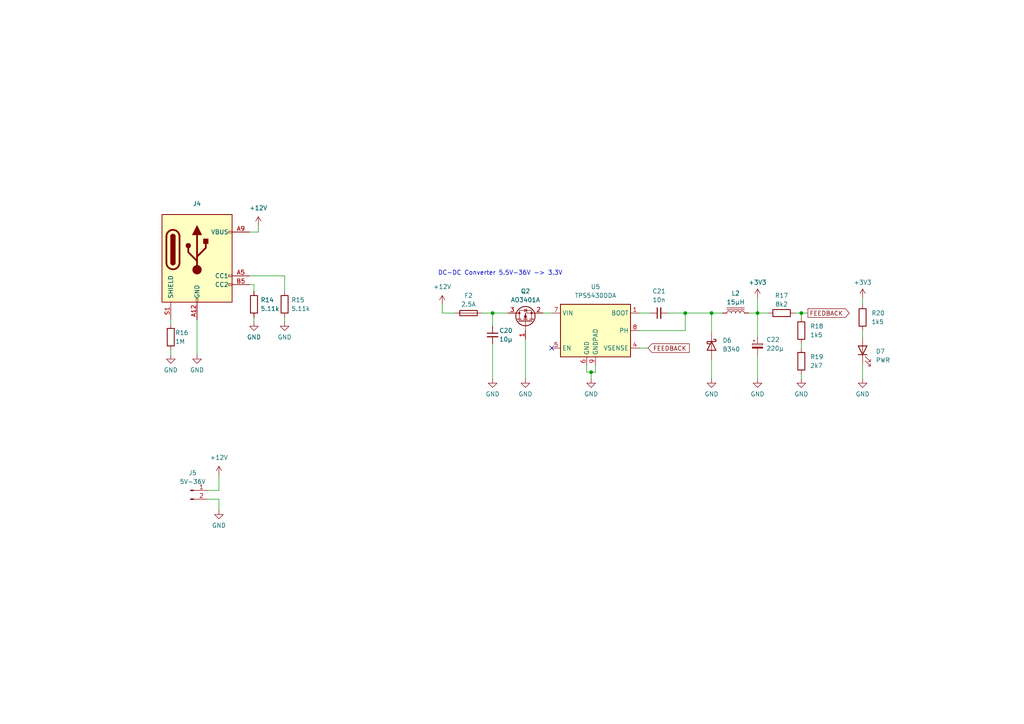
<source format=kicad_sch>
(kicad_sch (version 20230121) (generator eeschema)
  (paper "A4")
  (lib_symbols
    (symbol "Connector:Conn_01x02_Pin" (pin_names (offset 1.016) hide)
      (property "Reference" "J" (at 0 2.54 0))
      (property "Value" "Conn_01x02_Pin" (at 0 -5.08 0))
      (symbol "Conn_01x02_Pin_1_1"
        (polyline (pts (xy 1.27 -2.54) (xy 0.8636 -2.54)) (stroke (width 0.1524)))
        (polyline (pts (xy 1.27 0) (xy 0.8636 0)) (stroke (width 0.1524)))
        (rectangle (start 0.8636 -2.413) (end 0 -2.667) (stroke (width 0.1524)) (fill (type outline)))
        (rectangle (start 0.8636 0.127) (end 0 -0.127) (stroke (width 0.1524)) (fill (type outline)))
        (pin passive line (at 5.08 0 180) (length 3.81) (name "Pin_1") (number "1"))
        (pin passive line (at 5.08 -2.54 180) (length 3.81) (name "Pin_2") (number "2"))
      )
    )
    (symbol "Connector:USB_C_Receptacle_PowerOnly_6P" (pin_names (offset 1.016))
      (property "Reference" "J" (at 0 16.51 0))
      (property "Value" "USB_C_Receptacle_PowerOnly_6P" (at 0 13.97 0))
      (symbol "USB_C_Receptacle_PowerOnly_6P_0_0"
        (rectangle (start -0.254 -12.7) (end 0.254 -11.684))
        (rectangle (start 10.16 -7.366) (end 9.144 -7.874))
        (rectangle (start 10.16 -4.826) (end 9.144 -5.334))
        (rectangle (start 10.16 7.874) (end 9.144 7.366))
      )
      (symbol "USB_C_Receptacle_PowerOnly_6P_0_1"
        (rectangle (start -10.16 12.7) (end 10.16 -12.7) (stroke (width 0.254)) (fill (type background)))
        (arc (start -8.89 -1.27) (mid -6.985 -3.1667) (end -5.08 -1.27) (stroke (width 0.508)))
        (arc (start -7.62 -1.27) (mid -6.985 -1.9023) (end -6.35 -1.27) (stroke (width 0.254)))
        (arc (start -7.62 -1.27) (mid -6.985 -1.9023) (end -6.35 -1.27) (stroke (width 0.254)) (fill (type outline)))
        (rectangle (start -7.62 -1.27) (end -6.35 6.35) (stroke (width 0.254)) (fill (type outline)))
        (arc (start -6.35 6.35) (mid -6.985 6.9823) (end -7.62 6.35) (stroke (width 0.254)))
        (arc (start -6.35 6.35) (mid -6.985 6.9823) (end -7.62 6.35) (stroke (width 0.254)) (fill (type outline)))
        (arc (start -5.08 6.35) (mid -6.985 8.2467) (end -8.89 6.35) (stroke (width 0.508)))
        (circle (center -2.54 3.683) (radius 0.635) (stroke (width 0.254)) (fill (type outline)))
        (circle (center 0 -3.302) (radius 1.27) (fill (type outline)))
        (polyline (pts (xy -8.89 -1.27) (xy -8.89 6.35)) (stroke (width 0.508)))
        (polyline (pts (xy -5.08 6.35) (xy -5.08 -1.27)) (stroke (width 0.508)))
        (polyline (pts (xy 0 -3.302) (xy 0 6.858)) (stroke (width 0.508)))
        (polyline (pts (xy 0 -0.762) (xy -2.54 1.778) (xy -2.54 3.048)) (stroke (width 0.508)))
        (polyline (pts (xy 0 0.508) (xy 2.54 3.048) (xy 2.54 4.318)) (stroke (width 0.508)))
        (polyline (pts (xy -1.27 6.858) (xy 0 9.398) (xy 1.27 6.858) (xy -1.27 6.858)) (stroke (width 0.254)) (fill (type outline)))
        (rectangle (start 1.905 4.318) (end 3.175 5.588) (stroke (width 0.254)) (fill (type outline)))
      )
      (symbol "USB_C_Receptacle_PowerOnly_6P_1_1"
        (pin passive line (at 0 -17.78 90) (length 5.08) (name "GND") (number "A12"))
        (pin bidirectional line (at 15.24 -5.08 180) (length 5.08) (name "CC1") (number "A5"))
        (pin passive line (at 15.24 7.62 180) (length 5.08) (name "VBUS") (number "A9"))
        (pin passive line (at 0 -17.78 90) (length 5.08) hide (name "GND") (number "B12"))
        (pin bidirectional line (at 15.24 -7.62 180) (length 5.08) (name "CC2") (number "B5"))
        (pin passive line (at 15.24 7.62 180) (length 5.08) hide (name "VBUS") (number "B9"))
        (pin passive line (at -7.62 -17.78 90) (length 5.08) (name "SHIELD") (number "S1"))
      )
    )
    (symbol "Device:C_Polarized_Small" (pin_numbers hide) (pin_names (offset 0.254) hide)
      (property "Reference" "C" (at 0.254 1.778 0))
      (property "Value" "C_Polarized_Small" (at 0.254 -2.032 0))
      (symbol "C_Polarized_Small_0_1"
        (rectangle (start -1.524 -0.3048) (end 1.524 -0.6858) (fill (type outline)))
        (rectangle (start -1.524 0.6858) (end 1.524 0.3048))
        (polyline (pts (xy -1.27 1.524) (xy -0.762 1.524)))
        (polyline (pts (xy -1.016 1.27) (xy -1.016 1.778)))
      )
      (symbol "C_Polarized_Small_1_1"
        (pin passive line (at 0 2.54 270) (length 1.8542) (name "~") (number "1"))
        (pin passive line (at 0 -2.54 90) (length 1.8542) (name "~") (number "2"))
      )
    )
    (symbol "Device:C_Small" (pin_numbers hide) (pin_names (offset 0.254) hide)
      (property "Reference" "C" (at 0.254 1.778 0))
      (property "Value" "C_Small" (at 0.254 -2.032 0))
      (symbol "C_Small_0_1"
        (polyline (pts (xy -1.524 -0.508) (xy 1.524 -0.508)) (stroke (width 0.3302)))
        (polyline (pts (xy -1.524 0.508) (xy 1.524 0.508)) (stroke (width 0.3048)))
      )
      (symbol "C_Small_1_1"
        (pin passive line (at 0 2.54 270) (length 2.032) (name "~") (number "1"))
        (pin passive line (at 0 -2.54 90) (length 2.032) (name "~") (number "2"))
      )
    )
    (symbol "Device:D_Schottky" (pin_numbers hide) (pin_names (offset 1.016) hide)
      (property "Reference" "D" (at 0 2.54 0))
      (property "Value" "D_Schottky" (at 0 -2.54 0))
      (symbol "D_Schottky_0_1"
        (polyline (pts (xy 1.27 0) (xy -1.27 0)))
        (polyline (pts (xy 1.27 1.27) (xy 1.27 -1.27) (xy -1.27 0) (xy 1.27 1.27)) (stroke (width 0.254)))
        (polyline (pts (xy -1.905 0.635) (xy -1.905 1.27) (xy -1.27 1.27) (xy -1.27 -1.27) (xy -0.635 -1.27) (xy -0.635 -0.635)) (stroke (width 0.254)))
      )
      (symbol "D_Schottky_1_1"
        (pin passive line (at -3.81 0 0) (length 2.54) (name "K") (number "1"))
        (pin passive line (at 3.81 0 180) (length 2.54) (name "A") (number "2"))
      )
    )
    (symbol "Device:Fuse" (pin_numbers hide) (pin_names (offset 0))
      (property "Reference" "F" (at 2.032 0 90))
      (property "Value" "Fuse" (at -1.905 0 90))
      (symbol "Fuse_0_1"
        (rectangle (start -0.762 -2.54) (end 0.762 2.54) (stroke (width 0.254)))
        (polyline (pts (xy 0 2.54) (xy 0 -2.54)))
      )
      (symbol "Fuse_1_1"
        (pin passive line (at 0 3.81 270) (length 1.27) (name "~") (number "1"))
        (pin passive line (at 0 -3.81 90) (length 1.27) (name "~") (number "2"))
      )
    )
    (symbol "Device:LED" (pin_numbers hide) (pin_names (offset 1.016) hide)
      (property "Reference" "D" (at 0 2.54 0))
      (property "Value" "LED" (at 0 -2.54 0))
      (symbol "LED_0_1"
        (polyline (pts (xy -1.27 -1.27) (xy -1.27 1.27)) (stroke (width 0.254)))
        (polyline (pts (xy -1.27 0) (xy 1.27 0)))
        (polyline (pts (xy 1.27 -1.27) (xy 1.27 1.27) (xy -1.27 0) (xy 1.27 -1.27)) (stroke (width 0.254)))
        (polyline (pts (xy -3.048 -0.762) (xy -4.572 -2.286) (xy -3.81 -2.286) (xy -4.572 -2.286) (xy -4.572 -1.524)))
        (polyline (pts (xy -1.778 -0.762) (xy -3.302 -2.286) (xy -2.54 -2.286) (xy -3.302 -2.286) (xy -3.302 -1.524)))
      )
      (symbol "LED_1_1"
        (pin passive line (at -3.81 0 0) (length 2.54) (name "K") (number "1"))
        (pin passive line (at 3.81 0 180) (length 2.54) (name "A") (number "2"))
      )
    )
    (symbol "Device:L_Iron" (pin_numbers hide) (pin_names (offset 1.016) hide)
      (property "Reference" "L" (at -1.27 0 90))
      (property "Value" "L_Iron" (at 2.794 0 90))
      (symbol "L_Iron_0_1"
        (arc (start 0 -2.54) (mid 0.6323 -1.905) (end 0 -1.27))
        (arc (start 0 -1.27) (mid 0.6323 -0.635) (end 0 0))
        (polyline (pts (xy 1.016 2.54) (xy 1.016 -2.54)))
        (polyline (pts (xy 1.524 -2.54) (xy 1.524 2.54)))
        (arc (start 0 0) (mid 0.6323 0.635) (end 0 1.27))
        (arc (start 0 1.27) (mid 0.6323 1.905) (end 0 2.54))
      )
      (symbol "L_Iron_1_1"
        (pin passive line (at 0 3.81 270) (length 1.27) (name "1") (number "1"))
        (pin passive line (at 0 -3.81 90) (length 1.27) (name "2") (number "2"))
      )
    )
    (symbol "Device:R" (pin_numbers hide) (pin_names (offset 0))
      (property "Reference" "R" (at 2.032 0 90))
      (property "Value" "R" (at 0 0 90))
      (symbol "R_0_1"
        (rectangle (start -1.016 -2.54) (end 1.016 2.54) (stroke (width 0.254)))
      )
      (symbol "R_1_1"
        (pin passive line (at 0 3.81 270) (length 1.27) (name "~") (number "1"))
        (pin passive line (at 0 -3.81 90) (length 1.27) (name "~") (number "2"))
      )
    )
    (symbol "Regulator_Switching:TPS5430DDA"
      (property "Reference" "U" (at -10.16 8.89 0))
      (property "Value" "TPS5430DDA" (at -1.27 8.89 0))
      (symbol "TPS5430DDA_0_1"
        (rectangle (start -10.16 7.62) (end 10.16 -7.62) (stroke (width 0.254)) (fill (type background)))
      )
      (symbol "TPS5430DDA_1_1"
        (pin input line (at 12.7 5.08 180) (length 2.54) (name "BOOT") (number "1"))
        (pin no_connect line (at -10.16 2.54 0) (length 2.54) hide (name "NC") (number "2"))
        (pin no_connect line (at -10.16 -2.54 0) (length 2.54) hide (name "NC") (number "3"))
        (pin input line (at 12.7 -5.08 180) (length 2.54) (name "VSENSE") (number "4"))
        (pin input line (at -12.7 -5.08 0) (length 2.54) (name "EN") (number "5"))
        (pin power_in line (at -2.54 -10.16 90) (length 2.54) (name "GND") (number "6"))
        (pin power_in line (at -12.7 5.08 0) (length 2.54) (name "VIN") (number "7"))
        (pin output line (at 12.7 0 180) (length 2.54) (name "PH") (number "8"))
        (pin power_in line (at 0 -10.16 90) (length 2.54) (name "GNDPAD") (number "9"))
      )
    )
    (symbol "Transistor_FET:AO3401A" (pin_names hide)
      (property "Reference" "Q" (at 5.08 1.905 0))
      (property "Value" "AO3401A" (at 5.08 0 0))
      (symbol "AO3401A_0_1"
        (polyline (pts (xy 0.254 0) (xy -2.54 0)))
        (polyline (pts (xy 0.254 1.905) (xy 0.254 -1.905)) (stroke (width 0.254)))
        (polyline (pts (xy 0.762 -1.27) (xy 0.762 -2.286)) (stroke (width 0.254)))
        (polyline (pts (xy 0.762 0.508) (xy 0.762 -0.508)) (stroke (width 0.254)))
        (polyline (pts (xy 0.762 2.286) (xy 0.762 1.27)) (stroke (width 0.254)))
        (polyline (pts (xy 2.54 2.54) (xy 2.54 1.778)))
        (polyline (pts (xy 2.54 -2.54) (xy 2.54 0) (xy 0.762 0)))
        (polyline (pts (xy 0.762 1.778) (xy 3.302 1.778) (xy 3.302 -1.778) (xy 0.762 -1.778)))
        (polyline (pts (xy 2.286 0) (xy 1.27 0.381) (xy 1.27 -0.381) (xy 2.286 0)) (fill (type outline)))
        (polyline (pts (xy 2.794 -0.508) (xy 2.921 -0.381) (xy 3.683 -0.381) (xy 3.81 -0.254)))
        (polyline (pts (xy 3.302 -0.381) (xy 2.921 0.254) (xy 3.683 0.254) (xy 3.302 -0.381)))
        (circle (center 1.651 0) (radius 2.794) (stroke (width 0.254)))
        (circle (center 2.54 -1.778) (radius 0.254) (fill (type outline)))
        (circle (center 2.54 1.778) (radius 0.254) (fill (type outline)))
      )
      (symbol "AO3401A_1_1"
        (pin input line (at -5.08 0 0) (length 2.54) (name "G") (number "1"))
        (pin passive line (at 2.54 -5.08 90) (length 2.54) (name "S") (number "2"))
        (pin passive line (at 2.54 5.08 270) (length 2.54) (name "D") (number "3"))
      )
    )
    (symbol "power:+12V" (power) (pin_names (offset 0))
      (property "Value" "+12V" (at 0 3.556 0))
      (symbol "+12V_0_1"
        (polyline (pts (xy -0.762 1.27) (xy 0 2.54)))
        (polyline (pts (xy 0 0) (xy 0 2.54)))
        (polyline (pts (xy 0 2.54) (xy 0.762 1.27)))
      )
      (symbol "+12V_1_1"
        (pin power_in line (at 0 0 90) (length 0) hide (name "+12V") (number "1"))
      )
    )
    (symbol "power:+3V3" (power) (pin_names (offset 0))
      (property "Value" "+3V3" (at 0 3.556 0))
      (symbol "+3V3_0_1"
        (polyline (pts (xy -0.762 1.27) (xy 0 2.54)))
        (polyline (pts (xy 0 0) (xy 0 2.54)))
        (polyline (pts (xy 0 2.54) (xy 0.762 1.27)))
      )
      (symbol "+3V3_1_1"
        (pin power_in line (at 0 0 90) (length 0) hide (name "+3V3") (number "1"))
      )
    )
    (symbol "power:GND" (power) (pin_names (offset 0))
      (property "Value" "GND" (at 0 -3.81 0))
      (symbol "GND_0_1"
        (polyline (pts (xy 0 0) (xy 0 -1.27) (xy 1.27 -1.27) (xy 0 -2.54) (xy -1.27 -1.27) (xy 0 -1.27)))
      )
      (symbol "GND_1_1"
        (pin power_in line (at 0 0 270) (length 0) hide (name "GND") (number "1"))
      )
    )
  )
  (junction (at 232.41 90.805))
  (junction (at 206.375 90.805))
  (junction (at 171.45 107.95))
  (junction (at 219.71 90.805))
  (junction (at 198.755 90.805))
  (junction (at 142.875 90.805))
  (no_connect (at 160.02 100.965))
  (wire (pts (xy 232.41 90.805) (xy 234.315 90.805)))
  (wire (pts (xy 49.53 92.71) (xy 49.53 93.98)))
  (wire (pts (xy 172.72 106.045) (xy 172.72 107.95)))
  (wire (pts (xy 142.875 99.695) (xy 142.875 109.855)))
  (wire (pts (xy 219.71 90.805) (xy 222.885 90.805)))
  (wire (pts (xy 219.71 102.87) (xy 219.71 109.855)))
  (wire (pts (xy 170.18 107.95) (xy 171.45 107.95)))
  (wire (pts (xy 142.875 90.805) (xy 147.32 90.805)))
  (wire (pts (xy 232.41 99.695) (xy 232.41 100.965)))
  (wire (pts (xy 63.5 137.795) (xy 63.5 142.24)))
  (wire (pts (xy 60.325 144.78) (xy 63.5 144.78)))
  (wire (pts (xy 232.41 108.585) (xy 232.41 109.855)))
  (wire (pts (xy 206.375 90.805) (xy 209.55 90.805)))
  (wire (pts (xy 63.5 142.24) (xy 60.325 142.24)))
  (wire (pts (xy 142.875 90.805) (xy 142.875 94.615)))
  (wire (pts (xy 72.39 82.55) (xy 73.66 82.55)))
  (wire (pts (xy 198.755 90.805) (xy 198.755 95.885)))
  (wire (pts (xy 73.66 92.075) (xy 73.66 93.345)))
  (wire (pts (xy 171.45 107.95) (xy 171.45 109.855)))
  (wire (pts (xy 185.42 100.965) (xy 187.96 100.965)))
  (wire (pts (xy 206.375 90.805) (xy 198.755 90.805)))
  (wire (pts (xy 219.71 86.36) (xy 219.71 90.805)))
  (wire (pts (xy 139.7 90.805) (xy 142.875 90.805)))
  (wire (pts (xy 73.66 82.55) (xy 73.66 84.455)))
  (wire (pts (xy 250.19 86.36) (xy 250.19 88.265)))
  (wire (pts (xy 82.55 92.075) (xy 82.55 93.345)))
  (wire (pts (xy 193.675 90.805) (xy 198.755 90.805)))
  (wire (pts (xy 230.505 90.805) (xy 232.41 90.805)))
  (wire (pts (xy 72.39 80.01) (xy 82.55 80.01)))
  (wire (pts (xy 206.375 104.14) (xy 206.375 109.855)))
  (wire (pts (xy 250.19 95.885) (xy 250.19 97.79)))
  (wire (pts (xy 132.08 90.805) (xy 128.27 90.805)))
  (wire (pts (xy 198.755 95.885) (xy 185.42 95.885)))
  (wire (pts (xy 57.15 92.71) (xy 57.15 102.87)))
  (wire (pts (xy 232.41 90.805) (xy 232.41 92.075)))
  (wire (pts (xy 128.27 90.805) (xy 128.27 88.265)))
  (wire (pts (xy 219.71 90.805) (xy 219.71 97.79)))
  (wire (pts (xy 172.72 107.95) (xy 171.45 107.95)))
  (wire (pts (xy 74.93 67.31) (xy 72.39 67.31)))
  (wire (pts (xy 63.5 144.78) (xy 63.5 147.955)))
  (wire (pts (xy 49.53 101.6) (xy 49.53 102.87)))
  (wire (pts (xy 206.375 96.52) (xy 206.375 90.805)))
  (wire (pts (xy 250.19 105.41) (xy 250.19 109.855)))
  (wire (pts (xy 82.55 84.455) (xy 82.55 80.01)))
  (wire (pts (xy 152.4 98.425) (xy 152.4 109.855)))
  (wire (pts (xy 170.18 106.045) (xy 170.18 107.95)))
  (wire (pts (xy 185.42 90.805) (xy 188.595 90.805)))
  (wire (pts (xy 217.17 90.805) (xy 219.71 90.805)))
  (wire (pts (xy 74.93 65.405) (xy 74.93 67.31)))
  (wire (pts (xy 157.48 90.805) (xy 160.02 90.805)))
  (text "DC-DC Converter 5.5V-36V -> 3.3V" (at 127 80.01 0) (effects (font (size 1.27 1.27)) (justify left bottom)))
  (global_label "FEEDBACK" (shape output) (at 234.315 90.805 0) (property "Intersheetrefs" "${INTERSHEET_REFS}" (effects hide)))
  (global_label "FEEDBACK" (shape input) (at 187.96 100.965 0) (property "Intersheetrefs" "${INTERSHEET_REFS}" (effects hide)))
  (symbol (lib_id "Connector:Conn_01x02_Pin") (at 55.245 142.24 0) (unit 1)
    (property "Reference" "J5" (at 55.88 137.16 0))
    (property "Value" "5V-36V" (at 55.88 139.7 0))
    (property "Footprint" "Connector_PinHeader_2.54mm:PinHeader_1x02_P2.54mm_Vertical" (effects hide))
  )
  (symbol (lib_id "Regulator_Switching:TPS5430DDA") (at 172.72 95.885 0) (unit 1)
    (property "Reference" "U5" (at 172.72 83.185 0))
    (property "Value" "TPS5430DDA" (at 172.72 85.725 0))
    (property "Footprint" "Package_SO:TI_SO-PowerPAD-8_ThermalVias" (effects hide))
    (property "Datasheet" "http://www.ti.com/lit/ds/symlink/tps5430.pdf" (effects hide))
    (property "LCSC" "C9864" (effects hide))
  )
  (symbol (lib_id "Device:R") (at 232.41 95.885 0) (unit 1)
    (property "Reference" "R18" (at 234.95 94.615 0) (effects (justify left)))
    (property "Value" "1k5" (at 234.95 97.155 0) (effects (justify left)))
    (property "Footprint" "Resistor_SMD:R_0805_2012Metric_Pad1.20x1.40mm_HandSolder" (effects hide))
    (property "LCSC" "C4310" (effects hide))
  )
  (symbol (lib_id "power:+3V3") (at 219.71 86.36 0) (unit 1)
    (property "Reference" "#PWR050" (effects hide))
    (property "Value" "+3V3" (at 219.71 81.915 0))
  )
  (symbol (lib_id "Device:C_Small") (at 191.135 90.805 90) (unit 1)
    (property "Reference" "C21" (at 191.1413 84.455 90))
    (property "Value" "10n" (at 191.1413 86.995 90))
    (property "Footprint" "Capacitor_SMD:C_0805_2012Metric_Pad1.18x1.45mm_HandSolder" (effects hide))
    (property "LCSC" "C1710" (effects hide))
  )
  (symbol (lib_id "power:GND") (at 49.53 102.87 0) (unit 1)
    (property "Reference" "#PWR041" (effects hide))
    (property "Value" "GND" (at 49.53 107.315 0))
  )
  (symbol (lib_id "power:GND") (at 232.41 109.855 0) (unit 1)
    (property "Reference" "#PWR052" (effects hide))
    (property "Value" "GND" (at 232.41 114.3 0))
  )
  (symbol (lib_id "power:GND") (at 82.55 93.345 0) (unit 1)
    (property "Reference" "#PWR044" (effects hide))
    (property "Value" "GND" (at 82.55 97.79 0))
  )
  (symbol (lib_id "Device:D_Schottky") (at 206.375 100.33 270) (unit 1)
    (property "Reference" "D6" (at 209.55 98.7425 90) (effects (justify left)))
    (property "Value" "B340" (at 209.55 101.2825 90) (effects (justify left)))
    (property "Footprint" "Diode_SMD:D_SMA_Handsoldering" (effects hide))
    (property "LCSC" "C64982" (effects hide))
  )
  (symbol (lib_id "power:GND") (at 219.71 109.855 0) (unit 1)
    (property "Reference" "#PWR051" (effects hide))
    (property "Value" "GND" (at 219.71 114.3 0))
  )
  (symbol (lib_id "Device:R") (at 226.695 90.805 90) (unit 1)
    (property "Reference" "R17" (at 226.695 85.725 90))
    (property "Value" "8k2" (at 226.695 88.265 90))
    (property "Footprint" "Resistor_SMD:R_0805_2012Metric_Pad1.20x1.40mm_HandSolder" (effects hide))
    (property "LCSC" "C17828" (effects hide))
  )
  (symbol (lib_id "power:GND") (at 206.375 109.855 0) (unit 1)
    (property "Reference" "#PWR049" (effects hide))
    (property "Value" "GND" (at 206.375 114.3 0))
  )
  (symbol (lib_id "power:+12V") (at 128.27 88.265 0) (unit 1)
    (property "Reference" "#PWR045" (effects hide))
    (property "Value" "+12V" (at 128.27 83.185 0))
  )
  (symbol (lib_id "Device:R") (at 250.19 92.075 0) (unit 1)
    (property "Reference" "R20" (at 252.73 90.805 0) (effects (justify left)))
    (property "Value" "1k5" (at 252.73 93.345 0) (effects (justify left)))
    (property "Footprint" "Resistor_SMD:R_0805_2012Metric_Pad1.20x1.40mm_HandSolder" (effects hide))
    (property "LCSC" "C4310" (effects hide))
  )
  (symbol (lib_id "Device:L_Iron") (at 213.36 90.805 90) (unit 1)
    (property "Reference" "L2" (at 213.36 85.09 90))
    (property "Value" "15µH" (at 213.36 87.63 90))
    (property "Footprint" "Inductor_SMD:L_TechFuse_SL0630" (effects hide))
    (property "LCSC" "C22463824" (effects hide))
  )
  (symbol (lib_id "power:+12V") (at 74.93 65.405 0) (unit 1)
    (property "Reference" "#PWR040" (effects hide))
    (property "Value" "+12V" (at 74.93 60.325 0))
  )
  (symbol (lib_id "power:GND") (at 171.45 109.855 0) (unit 1)
    (property "Reference" "#PWR048" (effects hide))
    (property "Value" "GND" (at 171.45 114.3 0))
  )
  (symbol (lib_id "power:GND") (at 250.19 109.855 0) (unit 1)
    (property "Reference" "#PWR054" (effects hide))
    (property "Value" "GND" (at 250.19 114.3 0))
  )
  (symbol (lib_id "Device:R") (at 232.41 104.775 0) (unit 1)
    (property "Reference" "R19" (at 234.95 103.505 0) (effects (justify left)))
    (property "Value" "2k7" (at 234.95 106.045 0) (effects (justify left)))
    (property "Footprint" "Resistor_SMD:R_0805_2012Metric_Pad1.20x1.40mm_HandSolder" (effects hide))
    (property "LCSC" "C17530" (effects hide))
  )
  (symbol (lib_id "Device:R") (at 73.66 88.265 0) (unit 1)
    (property "Reference" "R14" (at 75.565 86.995 0) (effects (justify left)))
    (property "Value" "5.11k" (at 75.565 89.535 0) (effects (justify left)))
    (property "Footprint" "Resistor_SMD:R_0402_1005Metric_Pad0.72x0.64mm_HandSolder" (effects hide))
    (property "LCSC" "C5126228" (effects hide))
  )
  (symbol (lib_id "Device:C_Small") (at 142.875 97.155 0) (unit 1)
    (property "Reference" "C20" (at 144.78 95.885 0) (effects (justify left)))
    (property "Value" "10µ" (at 144.78 98.425 0) (effects (justify left)))
    (property "Footprint" "Capacitor_SMD:C_0805_2012Metric_Pad1.18x1.45mm_HandSolder" (effects hide))
    (property "LCSC" "C15850" (effects hide))
  )
  (symbol (lib_id "Transistor_FET:AO3401A") (at 152.4 93.345 90) (unit 1)
    (property "Reference" "Q2" (at 152.4 84.455 90))
    (property "Value" "AO3401A" (at 152.4 86.995 90))
    (property "Footprint" "Package_TO_SOT_SMD:SOT-23W_Handsoldering" (effects hide))
    (property "Datasheet" "http://www.aosmd.com/pdfs/datasheet/AO3401A.pdf" (effects hide))
    (property "LCSC" "C2938376" (effects hide))
  )
  (symbol (lib_id "power:GND") (at 152.4 109.855 0) (unit 1)
    (property "Reference" "#PWR047" (effects hide))
    (property "Value" "GND" (at 152.4 114.3 0))
  )
  (symbol (lib_id "power:GND") (at 57.15 102.87 0) (unit 1)
    (property "Reference" "#PWR042" (effects hide))
    (property "Value" "GND" (at 57.15 107.315 0))
  )
  (symbol (lib_id "power:GND") (at 73.66 93.345 0) (unit 1)
    (property "Reference" "#PWR043" (effects hide))
    (property "Value" "GND" (at 73.66 97.79 0))
  )
  (symbol (lib_id "Device:C_Polarized_Small") (at 219.71 100.33 0) (unit 1)
    (property "Reference" "C22" (at 222.25 98.5139 0) (effects (justify left)))
    (property "Value" "220µ" (at 222.25 101.0539 0) (effects (justify left)))
    (property "Footprint" "Capacitor_Tantalum_SMD:CP_EIA-7343-15_Kemet-W_Pad2.25x2.55mm_HandSolder" (effects hide))
    (property "LCSC" "C242173" (effects hide))
  )
  (symbol (lib_id "power:+12V") (at 63.5 137.795 0) (unit 1)
    (property "Reference" "#PWR038" (effects hide))
    (property "Value" "+12V" (at 63.5 132.715 0))
  )
  (symbol (lib_id "Device:R") (at 82.55 88.265 0) (unit 1)
    (property "Reference" "R15" (at 84.455 86.995 0) (effects (justify left)))
    (property "Value" "5.11k" (at 84.455 89.535 0) (effects (justify left)))
    (property "Footprint" "Resistor_SMD:R_0402_1005Metric_Pad0.72x0.64mm_HandSolder" (effects hide))
    (property "LCSC" "C5126228" (effects hide))
  )
  (symbol (lib_id "Device:Fuse") (at 135.89 90.805 90) (unit 1)
    (property "Reference" "F2" (at 135.89 85.725 90))
    (property "Value" "2.5A" (at 135.89 88.265 90))
    (property "Footprint" "Fuse:Fuse_0402_1005Metric_Pad0.77x0.64mm_HandSolder" (effects hide))
    (property "LCSC" "C311046" (effects hide))
  )
  (symbol (lib_id "power:+3V3") (at 250.19 86.36 0) (unit 1)
    (property "Reference" "#PWR053" (effects hide))
    (property "Value" "+3V3" (at 250.19 81.915 0))
  )
  (symbol (lib_id "power:GND") (at 63.5 147.955 0) (unit 1)
    (property "Reference" "#PWR039" (effects hide))
    (property "Value" "GND" (at 63.5 152.4 0))
  )
  (symbol (lib_id "power:GND") (at 142.875 109.855 0) (unit 1)
    (property "Reference" "#PWR046" (effects hide))
    (property "Value" "GND" (at 142.875 114.3 0))
  )
  (symbol (lib_id "Device:R") (at 49.53 97.79 0) (unit 1)
    (property "Reference" "R16" (at 50.8 96.52 0) (effects (justify left)))
    (property "Value" "1M" (at 50.8 99.06 0) (effects (justify left)))
    (property "Footprint" "Resistor_SMD:R_0402_1005Metric_Pad0.72x0.64mm_HandSolder" (effects hide))
    (property "LCSC" "C2906900" (effects hide))
  )
  (symbol (lib_id "Device:LED") (at 250.19 101.6 90) (unit 1)
    (property "Reference" "D7" (at 254 101.9175 90) (effects (justify right)))
    (property "Value" "PWR" (at 254 104.4575 90) (effects (justify right)))
    (property "Footprint" "LED_SMD:LED_0603_1608Metric_Pad1.05x0.95mm_HandSolder" (effects hide))
    (property "Color" "Blue" (effects hide))
    (property "LCSC" "C2286" (effects hide))
  )
  (symbol (lib_id "Connector:USB_C_Receptacle_PowerOnly_6P") (at 57.15 74.93 0) (unit 1)
    (property "Reference" "J4" (at 57.15 59.055 0))
    (property "Value" "USB_C_Receptacle_PowerOnly_6P" (effects hide))
    (property "Footprint" "Connector_USB:USB_C_Receptacle_GCT_USB4125-xx-x-0190_6P_TopMnt_Horizontal" (effects hide))
    (property "Datasheet" "https://www.usb.org/sites/default/files/documents/usb_type-c.zip" (effects hide))
    (property "LCSC" "C668623" (effects hide))
  )
)
</source>
